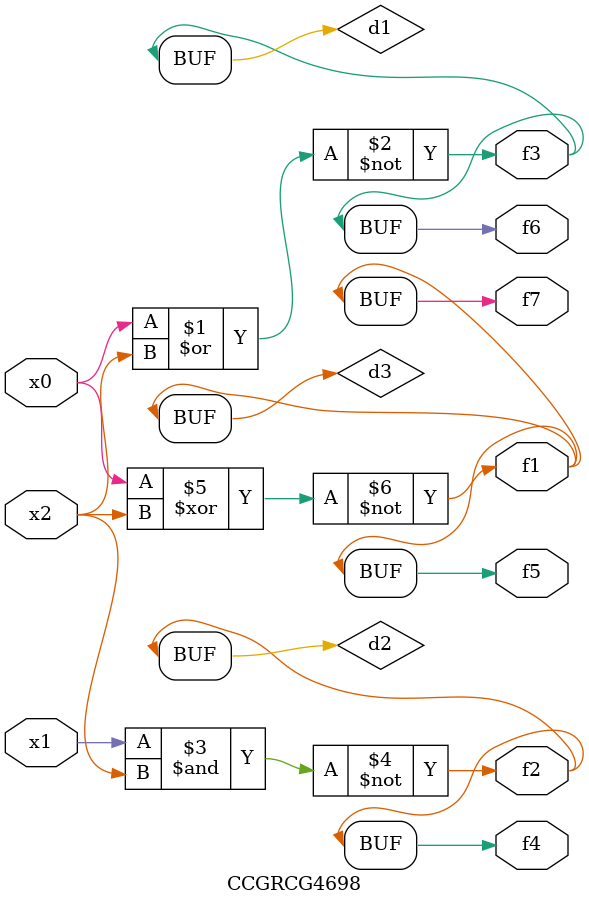
<source format=v>
module CCGRCG4698(
	input x0, x1, x2,
	output f1, f2, f3, f4, f5, f6, f7
);

	wire d1, d2, d3;

	nor (d1, x0, x2);
	nand (d2, x1, x2);
	xnor (d3, x0, x2);
	assign f1 = d3;
	assign f2 = d2;
	assign f3 = d1;
	assign f4 = d2;
	assign f5 = d3;
	assign f6 = d1;
	assign f7 = d3;
endmodule

</source>
